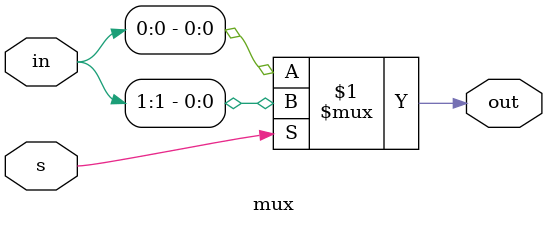
<source format=v>
`timescale 1ns / 1ps


module mux(
    input [1:0] in,
    input s,
    output out
    );
    assign out = (s)? in[1] : in [0] ;
    
endmodule

</source>
